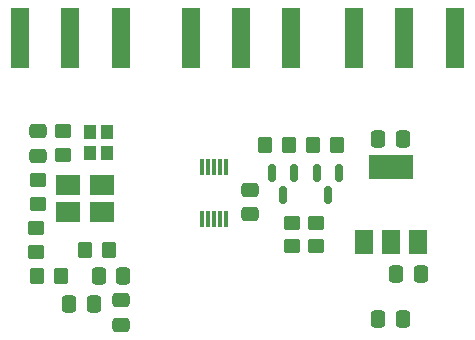
<source format=gbr>
%TF.GenerationSoftware,KiCad,Pcbnew,(6.0.11)*%
%TF.CreationDate,2023-11-05T19:40:27-06:00*%
%TF.ProjectId,PLLBoard,504c4c42-6f61-4726-942e-6b696361645f,rev?*%
%TF.SameCoordinates,Original*%
%TF.FileFunction,Paste,Top*%
%TF.FilePolarity,Positive*%
%FSLAX46Y46*%
G04 Gerber Fmt 4.6, Leading zero omitted, Abs format (unit mm)*
G04 Created by KiCad (PCBNEW (6.0.11)) date 2023-11-05 19:40:27*
%MOMM*%
%LPD*%
G01*
G04 APERTURE LIST*
G04 Aperture macros list*
%AMRoundRect*
0 Rectangle with rounded corners*
0 $1 Rounding radius*
0 $2 $3 $4 $5 $6 $7 $8 $9 X,Y pos of 4 corners*
0 Add a 4 corners polygon primitive as box body*
4,1,4,$2,$3,$4,$5,$6,$7,$8,$9,$2,$3,0*
0 Add four circle primitives for the rounded corners*
1,1,$1+$1,$2,$3*
1,1,$1+$1,$4,$5*
1,1,$1+$1,$6,$7*
1,1,$1+$1,$8,$9*
0 Add four rect primitives between the rounded corners*
20,1,$1+$1,$2,$3,$4,$5,0*
20,1,$1+$1,$4,$5,$6,$7,0*
20,1,$1+$1,$6,$7,$8,$9,0*
20,1,$1+$1,$8,$9,$2,$3,0*%
G04 Aperture macros list end*
%ADD10R,1.500000X2.000000*%
%ADD11R,3.800000X2.000000*%
%ADD12R,1.500000X5.080000*%
%ADD13RoundRect,0.250000X0.450000X-0.350000X0.450000X0.350000X-0.450000X0.350000X-0.450000X-0.350000X0*%
%ADD14RoundRect,0.250000X-0.450000X0.350000X-0.450000X-0.350000X0.450000X-0.350000X0.450000X0.350000X0*%
%ADD15RoundRect,0.250000X-0.475000X0.337500X-0.475000X-0.337500X0.475000X-0.337500X0.475000X0.337500X0*%
%ADD16RoundRect,0.250000X-0.350000X-0.450000X0.350000X-0.450000X0.350000X0.450000X-0.350000X0.450000X0*%
%ADD17RoundRect,0.150000X-0.150000X0.587500X-0.150000X-0.587500X0.150000X-0.587500X0.150000X0.587500X0*%
%ADD18RoundRect,0.250000X0.475000X-0.337500X0.475000X0.337500X-0.475000X0.337500X-0.475000X-0.337500X0*%
%ADD19RoundRect,0.250000X-0.337500X-0.475000X0.337500X-0.475000X0.337500X0.475000X-0.337500X0.475000X0*%
%ADD20RoundRect,0.250000X0.337500X0.475000X-0.337500X0.475000X-0.337500X-0.475000X0.337500X-0.475000X0*%
%ADD21R,0.300000X1.400000*%
%ADD22R,2.100000X1.800000*%
%ADD23R,1.000000X1.150000*%
G04 APERTURE END LIST*
D10*
%TO.C,U1*%
X79234000Y-75794000D03*
X81534000Y-75794000D03*
D11*
X81534000Y-69494000D03*
D10*
X83834000Y-75794000D03*
%TD*%
D12*
%TO.C,J4*%
X82690000Y-58500000D03*
X86940000Y-58500000D03*
X78440000Y-58500000D03*
%TD*%
D13*
%TO.C,R10*%
X51640000Y-72590000D03*
X51640000Y-70590000D03*
%TD*%
D14*
%TO.C,R7*%
X53780000Y-66440000D03*
X53780000Y-68440000D03*
%TD*%
D15*
%TO.C,C6*%
X51660000Y-66432500D03*
X51660000Y-68507500D03*
%TD*%
D16*
%TO.C,R8*%
X55680000Y-76480000D03*
X57680000Y-76480000D03*
%TD*%
%TO.C,R4*%
X74946000Y-67564000D03*
X76946000Y-67564000D03*
%TD*%
D17*
%TO.C,Q2*%
X77150000Y-69928500D03*
X75250000Y-69928500D03*
X76200000Y-71803500D03*
%TD*%
D18*
%TO.C,C4*%
X69590000Y-73457500D03*
X69590000Y-71382500D03*
%TD*%
D19*
%TO.C,C8*%
X56409500Y-81026000D03*
X54334500Y-81026000D03*
%TD*%
%TO.C,C1*%
X82020500Y-78486000D03*
X84095500Y-78486000D03*
%TD*%
D20*
%TO.C,C3*%
X82571500Y-67056000D03*
X80496500Y-67056000D03*
%TD*%
D12*
%TO.C,J3*%
X68834000Y-58547000D03*
X73084000Y-58547000D03*
X64584000Y-58547000D03*
%TD*%
D16*
%TO.C,R3*%
X70882000Y-67564000D03*
X72882000Y-67564000D03*
%TD*%
D20*
%TO.C,C2*%
X82571500Y-82296000D03*
X80496500Y-82296000D03*
%TD*%
D21*
%TO.C,U2*%
X67548000Y-69428000D03*
X67048000Y-69428000D03*
X66548000Y-69428000D03*
X66048000Y-69428000D03*
X65548000Y-69428000D03*
X65548000Y-73828000D03*
X66048000Y-73828000D03*
X66548000Y-73828000D03*
X67048000Y-73828000D03*
X67548000Y-73828000D03*
%TD*%
D19*
%TO.C,C5*%
X56802500Y-78670000D03*
X58877500Y-78670000D03*
%TD*%
D12*
%TO.C,J2*%
X54410000Y-58510000D03*
X58660000Y-58510000D03*
X50160000Y-58510000D03*
%TD*%
D13*
%TO.C,R1*%
X73152000Y-76168000D03*
X73152000Y-74168000D03*
%TD*%
D22*
%TO.C,Y1*%
X54230000Y-73250000D03*
X57130000Y-73250000D03*
X57130000Y-70950000D03*
X54230000Y-70950000D03*
%TD*%
D18*
%TO.C,C7*%
X58674000Y-82825500D03*
X58674000Y-80750500D03*
%TD*%
D13*
%TO.C,R6*%
X51520000Y-76610000D03*
X51520000Y-74610000D03*
%TD*%
D17*
%TO.C,Q1*%
X73340000Y-69928500D03*
X71440000Y-69928500D03*
X72390000Y-71803500D03*
%TD*%
D16*
%TO.C,R9*%
X51620000Y-78660000D03*
X53620000Y-78660000D03*
%TD*%
D23*
%TO.C,Y3*%
X56110000Y-66515000D03*
X56110000Y-68265000D03*
X57510000Y-68265000D03*
X57510000Y-66515000D03*
%TD*%
D13*
%TO.C,R2*%
X75184000Y-76168000D03*
X75184000Y-74168000D03*
%TD*%
M02*

</source>
